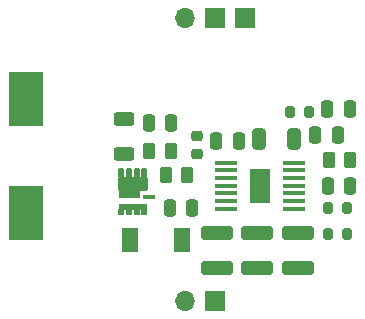
<source format=gts>
G04 #@! TF.GenerationSoftware,KiCad,Pcbnew,(6.0.5)*
G04 #@! TF.CreationDate,2023-01-30T16:32:02-08:00*
G04 #@! TF.ProjectId,12V_Converter_TPS611781,3132565f-436f-46e7-9665-727465725f54,rev?*
G04 #@! TF.SameCoordinates,Original*
G04 #@! TF.FileFunction,Soldermask,Top*
G04 #@! TF.FilePolarity,Negative*
%FSLAX46Y46*%
G04 Gerber Fmt 4.6, Leading zero omitted, Abs format (unit mm)*
G04 Created by KiCad (PCBNEW (6.0.5)) date 2023-01-30 16:32:02*
%MOMM*%
%LPD*%
G01*
G04 APERTURE LIST*
G04 Aperture macros list*
%AMRoundRect*
0 Rectangle with rounded corners*
0 $1 Rounding radius*
0 $2 $3 $4 $5 $6 $7 $8 $9 X,Y pos of 4 corners*
0 Add a 4 corners polygon primitive as box body*
4,1,4,$2,$3,$4,$5,$6,$7,$8,$9,$2,$3,0*
0 Add four circle primitives for the rounded corners*
1,1,$1+$1,$2,$3*
1,1,$1+$1,$4,$5*
1,1,$1+$1,$6,$7*
1,1,$1+$1,$8,$9*
0 Add four rect primitives between the rounded corners*
20,1,$1+$1,$2,$3,$4,$5,0*
20,1,$1+$1,$4,$5,$6,$7,0*
20,1,$1+$1,$6,$7,$8,$9,0*
20,1,$1+$1,$8,$9,$2,$3,0*%
G04 Aperture macros list end*
%ADD10C,0.100000*%
%ADD11RoundRect,0.250000X0.262500X0.450000X-0.262500X0.450000X-0.262500X-0.450000X0.262500X-0.450000X0*%
%ADD12R,1.700000X1.700000*%
%ADD13R,1.400000X2.100000*%
%ADD14RoundRect,0.250000X0.250000X0.475000X-0.250000X0.475000X-0.250000X-0.475000X0.250000X-0.475000X0*%
%ADD15O,1.700000X1.700000*%
%ADD16RoundRect,0.250000X-0.250000X-0.475000X0.250000X-0.475000X0.250000X0.475000X-0.250000X0.475000X0*%
%ADD17RoundRect,0.250000X-0.325000X-0.650000X0.325000X-0.650000X0.325000X0.650000X-0.325000X0.650000X0*%
%ADD18RoundRect,0.225000X-0.250000X0.225000X-0.250000X-0.225000X0.250000X-0.225000X0.250000X0.225000X0*%
%ADD19RoundRect,0.250000X0.625000X-0.312500X0.625000X0.312500X-0.625000X0.312500X-0.625000X-0.312500X0*%
%ADD20R,1.955432X0.420766*%
%ADD21R,1.819999X2.859999*%
%ADD22RoundRect,0.250000X1.100000X-0.325000X1.100000X0.325000X-1.100000X0.325000X-1.100000X-0.325000X0*%
%ADD23R,2.997200X4.648200*%
%ADD24RoundRect,0.050000X-0.837500X0.500000X-0.837500X-0.500000X0.837500X-0.500000X0.837500X0.500000X0*%
%ADD25RoundRect,0.050000X-0.175000X0.337500X-0.175000X-0.337500X0.175000X-0.337500X0.175000X0.337500X0*%
%ADD26RoundRect,0.031429X-1.218571X0.518571X-1.218571X-0.518571X1.218571X-0.518571X1.218571X0.518571X0*%
%ADD27RoundRect,0.050000X-1.150000X0.175000X-1.150000X-0.175000X1.150000X-0.175000X1.150000X0.175000X0*%
%ADD28RoundRect,0.050000X-0.175000X0.225000X-0.175000X-0.225000X0.175000X-0.225000X0.175000X0.225000X0*%
%ADD29R,1.099998X0.449986*%
%ADD30RoundRect,0.200000X-0.200000X-0.275000X0.200000X-0.275000X0.200000X0.275000X-0.200000X0.275000X0*%
G04 APERTURE END LIST*
G36*
X73539999Y-114548501D02*
G01*
X73189999Y-114548501D01*
X73189999Y-114098501D01*
X72890001Y-114098501D01*
X72890001Y-114548501D01*
X72540001Y-114548501D01*
X72540001Y-114098501D01*
X72239999Y-114098501D01*
X72239999Y-114548501D01*
X71889999Y-114548501D01*
X71889999Y-114098501D01*
X71590001Y-114098501D01*
X71590001Y-114548501D01*
X71240001Y-114548501D01*
X71240001Y-113748501D01*
X73539999Y-113748501D01*
X73539999Y-114548501D01*
G37*
D10*
X73539999Y-114548501D02*
X73189999Y-114548501D01*
X73189999Y-114098501D01*
X72890001Y-114098501D01*
X72890001Y-114548501D01*
X72540001Y-114548501D01*
X72540001Y-114098501D01*
X72239999Y-114098501D01*
X72239999Y-114548501D01*
X71889999Y-114548501D01*
X71889999Y-114098501D01*
X71590001Y-114098501D01*
X71590001Y-114548501D01*
X71240001Y-114548501D01*
X71240001Y-113748501D01*
X73539999Y-113748501D01*
X73539999Y-114548501D01*
G36*
X72239999Y-111448999D02*
G01*
X72540001Y-111448999D01*
X72540001Y-110748999D01*
X72890001Y-110748999D01*
X72890001Y-111448999D01*
X73189999Y-111448999D01*
X73189999Y-110748999D01*
X73539999Y-110748999D01*
X73539999Y-111448999D01*
X73594999Y-111448999D01*
X73594999Y-112433999D01*
X72865000Y-112433999D01*
X72865000Y-113099000D01*
X71185001Y-113099499D01*
X71185001Y-111449499D01*
X71240001Y-111449499D01*
X71240001Y-110749499D01*
X71590001Y-110749499D01*
X71590001Y-111449499D01*
X71889999Y-111448999D01*
X71889999Y-110748999D01*
X72239999Y-110748999D01*
X72239999Y-111448999D01*
G37*
X72239999Y-111448999D02*
X72540001Y-111448999D01*
X72540001Y-110748999D01*
X72890001Y-110748999D01*
X72890001Y-111448999D01*
X73189999Y-111448999D01*
X73189999Y-110748999D01*
X73539999Y-110748999D01*
X73539999Y-111448999D01*
X73594999Y-111448999D01*
X73594999Y-112433999D01*
X72865000Y-112433999D01*
X72865000Y-113099000D01*
X71185001Y-113099499D01*
X71185001Y-111449499D01*
X71240001Y-111449499D01*
X71240001Y-110749499D01*
X71590001Y-110749499D01*
X71590001Y-111449499D01*
X71889999Y-111448999D01*
X71889999Y-110748999D01*
X72239999Y-110748999D01*
X72239999Y-111448999D01*
D11*
X75588500Y-109220000D03*
X73763500Y-109220000D03*
D12*
X81915000Y-97917000D03*
D13*
X76581000Y-116713000D03*
X72181000Y-116713000D03*
D14*
X90799742Y-112125999D03*
X88899742Y-112125999D03*
D12*
X79380000Y-121920000D03*
D15*
X76840000Y-121920000D03*
D16*
X79441000Y-108331000D03*
X81341000Y-108331000D03*
D17*
X83106742Y-108188999D03*
X86056742Y-108188999D03*
D18*
X77786024Y-107923217D03*
X77786024Y-109473217D03*
D19*
X71628000Y-109412500D03*
X71628000Y-106487500D03*
D11*
X76985500Y-111252000D03*
X75160500Y-111252000D03*
D14*
X75626000Y-106807000D03*
X73726000Y-106807000D03*
D20*
X80294308Y-110175998D03*
X80294308Y-110825999D03*
X80294308Y-111475998D03*
X80294308Y-112125999D03*
X80294308Y-112776000D03*
X80294308Y-113425999D03*
X80294308Y-114076000D03*
X86045076Y-114076000D03*
X86045076Y-113425999D03*
X86045076Y-112776000D03*
X86045076Y-112125999D03*
X86045076Y-111475998D03*
X86045076Y-110825999D03*
X86045076Y-110175998D03*
D21*
X83169692Y-112125999D03*
D11*
X90804742Y-109966999D03*
X88979742Y-109966999D03*
D22*
X82930742Y-119061999D03*
X82930742Y-116111999D03*
D16*
X88838742Y-105648999D03*
X90738742Y-105648999D03*
D23*
X63373000Y-114427000D03*
X63373000Y-104775000D03*
D12*
X79380000Y-97917000D03*
D15*
X76840000Y-97917000D03*
D16*
X87822742Y-107807999D03*
X89722742Y-107807999D03*
D22*
X86359742Y-119061999D03*
X86359742Y-116111999D03*
D24*
X72027500Y-112599000D03*
D25*
X73364999Y-111086499D03*
D26*
X72390000Y-111949000D03*
D25*
X72715001Y-111086499D03*
X72064999Y-111086499D03*
X71415001Y-111086499D03*
D27*
X72390000Y-113924000D03*
D28*
X71415001Y-114323501D03*
X72064999Y-114323501D03*
X72715001Y-114323501D03*
X73364999Y-114323501D03*
D29*
X73740000Y-113044000D03*
D22*
X79501742Y-119061999D03*
X79501742Y-116111999D03*
D30*
X85662000Y-105918000D03*
X87312000Y-105918000D03*
D16*
X75504000Y-114046000D03*
X77404000Y-114046000D03*
D30*
X88899742Y-116189999D03*
X90549742Y-116189999D03*
X88899742Y-114030999D03*
X90549742Y-114030999D03*
M02*

</source>
